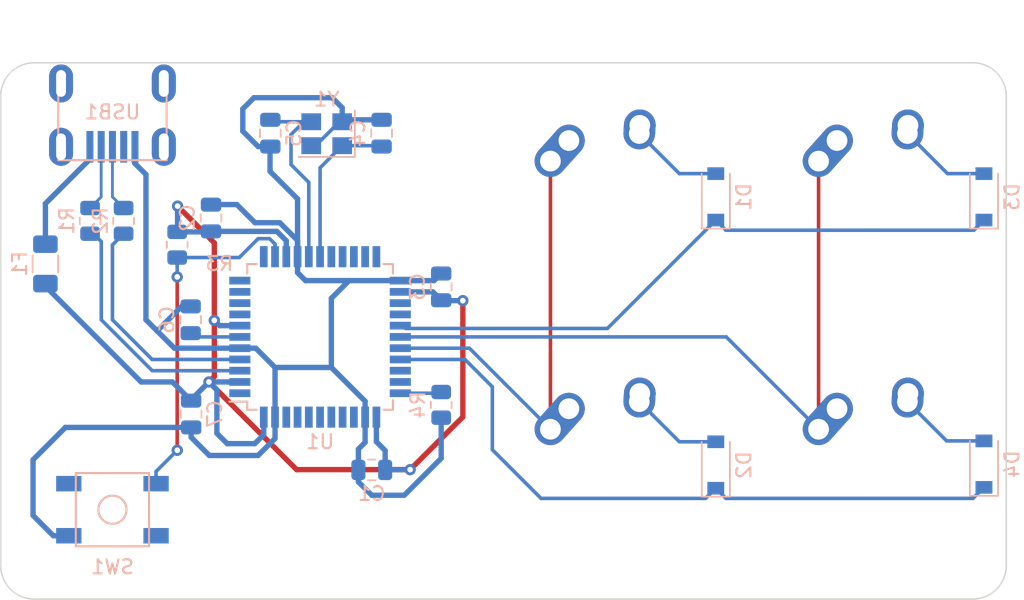
<source format=kicad_pcb>
(kicad_pcb (version 20211014) (generator pcbnew)
  (layers (0 "F.Cu" signal) (31 "B.Cu" signal) (34 "B.Paste" user) (35 "F.Paste" user) (36 "B.SilkS" user "B.Silkscreen") (37 "F.SilkS" user "F.Silkscreen") (38 "B.Mask" user) (39 "F.Mask" user) (44 "Edge.Cuts" user))
  (net 0 "")
  (net 1 "GND")
  (net 2 "+5V")
  (net 3 "Net-(C4-Pad2)")
  (net 4 "Net-(C5-Pad2)")
  (net 5 "Net-(C6-Pad2)")
  (net 6 "ROW0")
  (net 7 "Net-(D1-Pad2)")
  (net 8 "ROW1")
  (net 9 "Net-(D2-Pad2)")
  (net 10 "Net-(D3-Pad2)")
  (net 11 "Net-(D4-Pad2)")
  (net 12 "VCC")
  (net 13 "COL0")
  (net 14 "COL1")
  (net 15 "D-")
  (net 16 "Net-(R1-Pad2)")
  (net 17 "D+")
  (net 18 "Net-(R2-Pad2)")
  (net 19 "Net-(R3-Pad1)")
  (net 20 "Net-(R4-Pad1)")
  (footprint "MX_Alps_Hybrid:MX-1U-NoLED" (layer "F.Cu") (at 188.9125 107.95)
    (fp_text reference "MX4")
    (fp_text value "MX-NoLED")
    (pad "" np_thru_hole circle locked (at -5.08 0 48.0996) (size 1.75 1.75) (drill 1.75) (layers *.Cu *.Mask))
    (pad "" np_thru_hole circle locked (at 0 0) (size 3.9878 3.9878) (drill 3.9878) (layers *.Cu *.Mask))
    (pad "" np_thru_hole circle locked (at 5.08 0 48.0996) (size 1.75 1.75) (drill 1.75) (layers *.Cu *.Mask))
    (pad "1" thru_hole oval locked (at -3.81 -2.54 48.0996) (size 4.211556 2.25) (drill 1.47 (offset 0.980778 0)) (layers *.Cu "B.Mask") (net 14 "COL1"))
    (pad "1" thru_hole circle locked (at -2.5 -4) (size 2.25 2.25) (drill 1.47) (layers *.Cu "B.Mask") (net 14 "COL1"))
    (pad "2" thru_hole circle locked (at 2.54 -5.08) (size 2.25 2.25) (drill 1.47) (layers *.Cu "B.Mask") (net 11 "Net-(D4-Pad2)"))
    (pad "2" thru_hole oval locked (at 2.5 -4.5 86.0548) (size 2.831378 2.25) (drill 1.47 (offset 0.290689 0)) (layers *.Cu "B.Mask") (net 11 "Net-(D4-Pad2)"))
  )
  (footprint "MX_Alps_Hybrid:MX-1U-NoLED" (layer "F.Cu") (at 188.9125 88.9)
    (fp_text reference "MX3")
    (fp_text value "MX-NoLED")
    (pad "" np_thru_hole circle locked (at 5.08 0 48.0996) (size 1.75 1.75) (drill 1.75) (layers *.Cu *.Mask))
    (pad "" np_thru_hole circle locked (at 0 0) (size 3.9878 3.9878) (drill 3.9878) (layers *.Cu *.Mask))
    (pad "" np_thru_hole circle locked (at -5.08 0 48.0996) (size 1.75 1.75) (drill 1.75) (layers *.Cu *.Mask))
    (pad "1" thru_hole circle locked (at -2.5 -4) (size 2.25 2.25) (drill 1.47) (layers *.Cu "B.Mask") (net 14 "COL1"))
    (pad "1" thru_hole oval locked (at -3.81 -2.54 48.0996) (size 4.211556 2.25) (drill 1.47 (offset 0.980778 0)) (layers *.Cu "B.Mask") (net 14 "COL1"))
    (pad "2" thru_hole oval locked (at 2.5 -4.5 86.0548) (size 2.831378 2.25) (drill 1.47 (offset 0.290689 0)) (layers *.Cu "B.Mask") (net 10 "Net-(D3-Pad2)"))
    (pad "2" thru_hole circle locked (at 2.54 -5.08) (size 2.25 2.25) (drill 1.47) (layers *.Cu "B.Mask") (net 10 "Net-(D3-Pad2)"))
  )
  (footprint "MX_Alps_Hybrid:MX-1U-NoLED" (layer "F.Cu") (at 169.8625 107.95)
    (fp_text reference "MX2")
    (fp_text value "MX-NoLED")
    (pad "" np_thru_hole circle locked (at 5.08 0 48.0996) (size 1.75 1.75) (drill 1.75) (layers *.Cu *.Mask))
    (pad "" np_thru_hole circle locked (at 0 0) (size 3.9878 3.9878) (drill 3.9878) (layers *.Cu *.Mask))
    (pad "" np_thru_hole circle locked (at -5.08 0 48.0996) (size 1.75 1.75) (drill 1.75) (layers *.Cu *.Mask))
    (pad "1" thru_hole circle locked (at -2.5 -4) (size 2.25 2.25) (drill 1.47) (layers *.Cu "B.Mask") (net 13 "COL0"))
    (pad "1" thru_hole oval locked (at -3.81 -2.54 48.0996) (size 4.211556 2.25) (drill 1.47 (offset 0.980778 0)) (layers *.Cu "B.Mask") (net 13 "COL0"))
    (pad "2" thru_hole circle locked (at 2.54 -5.08) (size 2.25 2.25) (drill 1.47) (layers *.Cu "B.Mask") (net 9 "Net-(D2-Pad2)"))
    (pad "2" thru_hole oval locked (at 2.5 -4.5 86.0548) (size 2.831378 2.25) (drill 1.47 (offset 0.290689 0)) (layers *.Cu "B.Mask") (net 9 "Net-(D2-Pad2)"))
  )
  (footprint "MX_Alps_Hybrid:MX-1U-NoLED" (layer "F.Cu") (at 169.8625 88.9)
    (fp_text reference "MX1")
    (fp_text value "MX-NoLED")
    (pad "" np_thru_hole circle locked (at -5.08 0 48.0996) (size 1.75 1.75) (drill 1.75) (layers *.Cu *.Mask))
    (pad "" np_thru_hole circle locked (at 5.08 0 48.0996) (size 1.75 1.75) (drill 1.75) (layers *.Cu *.Mask))
    (pad "" np_thru_hole circle locked (at 0 0) (size 3.9878 3.9878) (drill 3.9878) (layers *.Cu *.Mask))
    (pad "1" thru_hole oval locked (at -3.81 -2.54 48.0996) (size 4.211556 2.25) (drill 1.47 (offset 0.980778 0)) (layers *.Cu "B.Mask") (net 13 "COL0"))
    (pad "1" thru_hole circle locked (at -2.5 -4) (size 2.25 2.25) (drill 1.47) (layers *.Cu "B.Mask") (net 13 "COL0"))
    (pad "2" thru_hole circle locked (at 2.54 -5.08) (size 2.25 2.25) (drill 1.47) (layers *.Cu "B.Mask") (net 7 "Net-(D1-Pad2)"))
    (pad "2" thru_hole oval locked (at 2.5 -4.5 86.0548) (size 2.831378 2.25) (drill 1.47 (offset 0.290689 0)) (layers *.Cu "B.Mask") (net 7 "Net-(D1-Pad2)"))
  )
  (footprint "Diode_SMD:D_SOD-123" (layer "B.Cu") (at 177.8 107.95 90)
    (fp_text reference "D2" (at 0 2 90) (layer "B.SilkS") (effects (justify mirror)))
    (fp_text value "SOD-123")
    (fp_line (start -2.25 -1) (end 1.65 -1) (layer "B.SilkS") (width 0.12))
    (fp_line (start -2.25 1) (end -2.25 -1) (layer "B.SilkS") (width 0.12))
    (fp_line (start -2.25 1) (end 1.65 1) (layer "B.SilkS") (width 0.12))
    (pad "1" smd rect (at -1.65 0 90) (size 0.9 1.2) (layers "B.Cu" "B.Paste" "B.Mask") (net 8 "ROW1"))
    (pad "2" smd rect (at 1.65 0 90) (size 0.9 1.2) (layers "B.Cu" "B.Paste" "B.Mask") (net 9 "Net-(D2-Pad2)"))
  )
  (footprint "Resistor_SMD:R_0805_2012Metric" (layer "B.Cu") (at 133.35 90.60625 -90)
    (fp_text reference "R1" (at 0 1.65 90) (layer "B.SilkS") (effects (justify mirror)))
    (fp_text value "22")
    (fp_line (start -0.227064 0.735) (end 0.227064 0.735) (layer "B.SilkS") (width 0.12))
    (fp_line (start -0.227064 -0.735) (end 0.227064 -0.735) (layer "B.SilkS") (width 0.12))
    (pad "1" smd roundrect (at -0.9125 0 270) (size 1.025 1.4) (layers "B.Cu" "B.Paste" "B.Mask") (roundrect_rratio 0.243902) (net 15 "D-"))
    (pad "2" smd roundrect (at 0.9125 0 270) (size 1.025 1.4) (layers "B.Cu" "B.Paste" "B.Mask") (roundrect_rratio 0.243902) (net 16 "Net-(R1-Pad2)"))
  )
  (footprint "Diode_SMD:D_SOD-123" (layer "B.Cu") (at 196.85 88.9 90)
    (fp_text reference "D3" (at 0 2 90) (layer "B.SilkS") (effects (justify mirror)))
    (fp_text value "SOD-123")
    (fp_line (start -2.25 1) (end 1.65 1) (layer "B.SilkS") (width 0.12))
    (fp_line (start -2.25 -1) (end 1.65 -1) (layer "B.SilkS") (width 0.12))
    (fp_line (start -2.25 1) (end -2.25 -1) (layer "B.SilkS") (width 0.12))
    (pad "1" smd rect (at -1.65 0 90) (size 0.9 1.2) (layers "B.Cu" "B.Paste" "B.Mask") (net 6 "ROW0"))
    (pad "2" smd rect (at 1.65 0 90) (size 0.9 1.2) (layers "B.Cu" "B.Paste" "B.Mask") (net 10 "Net-(D3-Pad2)"))
  )
  (footprint "Resistor_SMD:R_0805_2012Metric" (layer "B.Cu") (at 139.537857 92.2987 90)
    (fp_text reference "R3" (at -1.3453 2.9991 180) (layer "B.SilkS") (effects (justify mirror)))
    (fp_text value "10k")
    (fp_line (start -0.227064 -0.735) (end 0.227064 -0.735) (layer "B.SilkS") (width 0.12))
    (fp_line (start -0.227064 0.735) (end 0.227064 0.735) (layer "B.SilkS") (width 0.12))
    (pad "1" smd roundrect (at -0.9125 0 90) (size 1.025 1.4) (layers "B.Cu" "B.Paste" "B.Mask") (roundrect_rratio 0.243902) (net 19 "Net-(R3-Pad1)"))
    (pad "2" smd roundrect (at 0.9125 0 90) (size 1.025 1.4) (layers "B.Cu" "B.Paste" "B.Mask") (roundrect_rratio 0.243902) (net 2 "+5V"))
  )
  (footprint "Fuse:Fuse_1206_3216Metric" (layer "B.Cu") (at 130.175 93.6625 -90)
    (fp_text reference "F1" (at 0 1.82 90) (layer "B.SilkS") (effects (justify mirror)))
    (fp_text value "500mA")
    (fp_line (start -0.602064 0.91) (end 0.602064 0.91) (layer "B.SilkS") (width 0.12))
    (fp_line (start -0.602064 -0.91) (end 0.602064 -0.91) (layer "B.SilkS") (width 0.12))
    (pad "1" smd roundrect (at -1.4 0 270) (size 1.25 1.75) (layers "B.Cu" "B.Paste" "B.Mask") (roundrect_rratio 0.2) (net 12 "VCC"))
    (pad "2" smd roundrect (at 1.4 0 270) (size 1.25 1.75) (layers "B.Cu" "B.Paste" "B.Mask") (roundrect_rratio 0.2) (net 2 "+5V"))
  )
  (footprint "Capacitor_SMD:C_0805_2012Metric" (layer "B.Cu") (at 146.154203 84.377096 90)
    (fp_text reference "C5" (at 0 1.68 90) (layer "B.SilkS") (effects (justify mirror)))
    (fp_text value "22pF")
    (fp_line (start -0.261252 -0.735) (end 0.261252 -0.735) (layer "B.SilkS") (width 0.12))
    (fp_line (start -0.261252 0.735) (end 0.261252 0.735) (layer "B.SilkS") (width 0.12))
    (pad "1" smd roundrect (at -0.95 0 90) (size 1 1.45) (layers "B.Cu" "B.Paste" "B.Mask") (net 1 "GND"))
    (pad "2" smd roundrect (at 0.95 0 90) (size 1 1.45) (layers "B.Cu" "B.Paste" "B.Mask") (net 4 "Net-(C5-Pad2)"))
  )
  (footprint "Capacitor_SMD:C_0805_2012Metric" (layer "B.Cu") (at 153.36135 108.29925)
    (fp_text reference "C1" (at 0 1.68) (layer "B.SilkS") (effects (justify mirror)))
    (fp_text value "0.1uF")
    (fp_line (start -0.261252 -0.735) (end 0.261252 -0.735) (layer "B.SilkS") (width 0.12))
    (fp_line (start -0.261252 0.735) (end 0.261252 0.735) (layer "B.SilkS") (width 0.12))
    (pad "1" smd roundrect (at -0.95 0) (size 1 1.45) (layers "B.Cu" "B.Paste" "B.Mask") (net 1 "GND"))
    (pad "2" smd roundrect (at 0.95 0) (size 1 1.45) (layers "B.Cu" "B.Paste" "B.Mask") (net 2 "+5V"))
  )
  (footprint "Diode_SMD:D_SOD-123" (layer "B.Cu") (at 177.8 88.9 90)
    (fp_text reference "D1" (at 0 2 90) (layer "B.SilkS") (effects (justify mirror)))
    (fp_text value "SOD-123")
    (fp_line (start -2.25 1) (end 1.65 1) (layer "B.SilkS") (width 0.12))
    (fp_line (start -2.25 1) (end -2.25 -1) (layer "B.SilkS") (width 0.12))
    (fp_line (start -2.25 -1) (end 1.65 -1) (layer "B.SilkS") (width 0.12))
    (pad "1" smd rect (at -1.65 0 90) (size 0.9 1.2) (layers "B.Cu" "B.Paste" "B.Mask") (net 6 "ROW0"))
    (pad "2" smd rect (at 1.65 0 90) (size 0.9 1.2) (layers "B.Cu" "B.Paste" "B.Mask") (net 7 "Net-(D1-Pad2)"))
  )
  (footprint "Resistor_SMD:R_0805_2012Metric" (layer "B.Cu") (at 158.2928 103.67645 -90)
    (fp_text reference "R4" (at 0 1.65 90) (layer "B.SilkS") (effects (justify mirror)))
    (fp_text value "10k")
    (fp_line (start -0.227064 -0.735) (end 0.227064 -0.735) (layer "B.SilkS") (width 0.12))
    (fp_line (start -0.227064 0.735) (end 0.227064 0.735) (layer "B.SilkS") (width 0.12))
    (pad "1" smd roundrect (at -0.9125 0 270) (size 1.025 1.4) (layers "B.Cu" "B.Paste" "B.Mask") (roundrect_rratio 0.243902) (net 20 "Net-(R4-Pad1)"))
    (pad "2" smd roundrect (at 0.9125 0 270) (size 1.025 1.4) (layers "B.Cu" "B.Paste" "B.Mask") (roundrect_rratio 0.243902) (net 1 "GND"))
  )
  (footprint "Resistor_SMD:R_0805_2012Metric" (layer "B.Cu") (at 135.73125 90.60625 -90)
    (fp_text reference "R2" (at 0 1.65 90) (layer "B.SilkS") (effects (justify mirror)))
    (fp_text value "22")
    (fp_line (start -0.227064 0.735) (end 0.227064 0.735) (layer "B.SilkS") (width 0.12))
    (fp_line (start -0.227064 -0.735) (end 0.227064 -0.735) (layer "B.SilkS") (width 0.12))
    (pad "1" smd roundrect (at -0.9125 0 270) (size 1.025 1.4) (layers "B.Cu" "B.Paste" "B.Mask") (roundrect_rratio 0.243902) (net 17 "D+"))
    (pad "2" smd roundrect (at 0.9125 0 270) (size 1.025 1.4) (layers "B.Cu" "B.Paste" "B.Mask") (roundrect_rratio 0.243902) (net 18 "Net-(R2-Pad2)"))
  )
  (footprint "Capacitor_SMD:C_0805_2012Metric" (layer "B.Cu") (at 141.940865 90.404067 -90)
    (fp_text reference "C2" (at 0 1.68 90) (layer "B.SilkS") (effects (justify mirror)))
    (fp_text value "0.1uF")
    (fp_line (start -0.261252 -0.735) (end 0.261252 -0.735) (layer "B.SilkS") (width 0.12))
    (fp_line (start -0.261252 0.735) (end 0.261252 0.735) (layer "B.SilkS") (width 0.12))
    (pad "1" smd roundrect (at -0.95 0 270) (size 1 1.45) (layers "B.Cu" "B.Paste" "B.Mask") (net 1 "GND"))
    (pad "2" smd roundrect (at 0.95 0 270) (size 1 1.45) (layers "B.Cu" "B.Paste" "B.Mask") (net 2 "+5V"))
  )
  (footprint "random-keyboard-parts:SKQG-1155865" (layer "B.Cu") (at 134.9375 111.125 180)
    (fp_text reference "SW1" (at 0 -4.064) (layer "B.SilkS") (effects (justify mirror)))
    (fp_text value "SW_Push")
    (fp_line (start -2.6 -2.6) (end -2.6 2.6) (layer "B.SilkS") (width 0.15))
    (fp_line (start 2.6 2.6) (end 2.6 -2.6) (layer "B.SilkS") (width 0.15))
    (fp_line (start -2.6 2.6) (end 2.6 2.6) (layer "B.SilkS") (width 0.15))
    (fp_line (start 2.6 -2.6) (end -2.6 -2.6) (layer "B.SilkS") (width 0.15))
    (fp_circle (center 0 0) (end 1 0) (layer "B.SilkS") (width 0.15) (fill none))
    (pad "1" smd rect locked (at 3.1 -1.85 180) (size 1.8 1.1) (layers "B.Cu" "B.Paste" "B.Mask") (net 1 "GND"))
    (pad "2" smd rect locked (at -3.1 1.85 180) (size 1.8 1.1) (layers "B.Cu" "B.Paste" "B.Mask") (net 19 "Net-(R3-Pad1)"))
    (pad "3" smd rect locked (at 3.1 1.85 180) (size 1.8 1.1) (layers "B.Cu" "B.Paste" "B.Mask"))
    (pad "4" smd rect locked (at -3.1 -1.85 180) (size 1.8 1.1) (layers "B.Cu" "B.Paste" "B.Mask"))
  )
  (footprint "Capacitor_SMD:C_0805_2012Metric" (layer "B.Cu") (at 140.49375 97.63125 -90)
    (fp_text reference "C6" (at 0 1.68 90) (layer "B.SilkS") (effects (justify mirror)))
    (fp_text value "1uF")
    (fp_line (start -0.261252 0.735) (end 0.261252 0.735) (layer "B.SilkS") (width 0.12))
    (fp_line (start -0.261252 -0.735) (end 0.261252 -0.735) (layer "B.SilkS") (width 0.12))
    (pad "1" smd roundrect (at -0.95 0 270) (size 1 1.45) (layers "B.Cu" "B.Paste" "B.Mask") (net 1 "GND"))
    (pad "2" smd roundrect (at 0.95 0 270) (size 1 1.45) (layers "B.Cu" "B.Paste" "B.Mask") (net 5 "Net-(C6-Pad2)"))
  )
  (footprint "Diode_SMD:D_SOD-123" (layer "B.Cu") (at 196.85 107.8875 90)
    (fp_text reference "D4" (at 0 2 90) (layer "B.SilkS") (effects (justify mirror)))
    (fp_text value "SOD-123")
    (fp_line (start -2.25 -1) (end 1.65 -1) (layer "B.SilkS") (width 0.12))
    (fp_line (start -2.25 1) (end 1.65 1) (layer "B.SilkS") (width 0.12))
    (fp_line (start -2.25 1) (end -2.25 -1) (layer "B.SilkS") (width 0.12))
    (pad "1" smd rect (at -1.65 0 90) (size 0.9 1.2) (layers "B.Cu" "B.Paste" "B.Mask") (net 8 "ROW1"))
    (pad "2" smd rect (at 1.65 0 90) (size 0.9 1.2) (layers "B.Cu" "B.Paste" "B.Mask") (net 11 "Net-(D4-Pad2)"))
  )
  (footprint "Capacitor_SMD:C_0805_2012Metric" (layer "B.Cu") (at 154.059953 84.377096 -90)
    (fp_text reference "C4" (at 0 1.68 90) (layer "B.SilkS") (effects (justify mirror)))
    (fp_text value "22pF")
    (fp_line (start -0.261252 -0.735) (end 0.261252 -0.735) (layer "B.SilkS") (width 0.12))
    (fp_line (start -0.261252 0.735) (end 0.261252 0.735) (layer "B.SilkS") (width 0.12))
    (pad "1" smd roundrect (at -0.95 0 270) (size 1 1.45) (layers "B.Cu" "B.Paste" "B.Mask") (net 1 "GND"))
    (pad "2" smd roundrect (at 0.95 0 270) (size 1 1.45) (layers "B.Cu" "B.Paste" "B.Mask") (net 3 "Net-(C4-Pad2)"))
  )
  (footprint "Crystal:Crystal_SMD_3225-4Pin_3.2x2.5mm" (layer "B.Cu") (at 150.159603 84.414296 180)
    (fp_text reference "Y1" (at 0 2.45) (layer "B.SilkS") (effects (justify mirror)))
    (fp_text value "16MHz")
    (fp_line (start -2 1.65) (end -2 -1.65) (layer "B.SilkS") (width 0.12))
    (fp_line (start -2 -1.65) (end 2 -1.65) (layer "B.SilkS") (width 0.12))
    (pad "1" smd rect (at -1.1 -0.85 180) (size 1.4 1.2) (layers "B.Cu" "B.Paste" "B.Mask") (net 3 "Net-(C4-Pad2)"))
    (pad "2" smd rect (at 1.1 -0.85 180) (size 1.4 1.2) (layers "B.Cu" "B.Paste" "B.Mask") (net 1 "GND"))
    (pad "3" smd rect (at 1.1 0.85 180) (size 1.4 1.2) (layers "B.Cu" "B.Paste" "B.Mask") (net 4 "Net-(C5-Pad2)"))
    (pad "4" smd rect (at -1.1 0.85 180) (size 1.4 1.2) (layers "B.Cu" "B.Paste" "B.Mask") (net 1 "GND"))
  )
  (footprint "Capacitor_SMD:C_0805_2012Metric" (layer "B.Cu") (at 140.528162 104.329013 90)
    (fp_text reference "C7" (at 0 1.68 90) (layer "B.SilkS") (effects (justify mirror)))
    (fp_text value "10uF")
    (fp_line (start -0.261252 -0.735) (end 0.261252 -0.735) (layer "B.SilkS") (width 0.12))
    (fp_line (start -0.261252 0.735) (end 0.261252 0.735) (layer "B.SilkS") (width 0.12))
    (pad "1" smd roundrect (at -0.95 0 90) (size 1 1.45) (layers "B.Cu" "B.Paste" "B.Mask") (net 1 "GND"))
    (pad "2" smd roundrect (at 0.95 0 90) (size 1 1.45) (layers "B.Cu" "B.Paste" "B.Mask") (net 2 "+5V"))
  )
  (footprint "Package_QFP:TQFP-44_10x10mm_P0.8mm" (layer "B.Cu") (at 149.68855 98.85045)
    (fp_text reference "U1" (at 0 7.45) (layer "B.SilkS") (effects (justify mirror)))
    (fp_text value "ATmega32U4-A")
    (fp_line (start -5.175 -5.175) (end -4.5 -5.175) (layer "B.SilkS") (width 0.15))
    (fp_line (start -5.175 -5.175) (end -5.175 -4.5) (layer "B.SilkS") (width 0.15))
    (fp_line (start -5.175 4.6) (end -6.45 4.6) (layer "B.SilkS") (width 0.15))
    (fp_line (start 5.175 -5.175) (end 4.5 -5.175) (layer "B.SilkS") (width 0.15))
    (fp_line (start -5.175 5.175) (end -4.5 5.175) (layer "B.SilkS") (width 0.15))
    (fp_line (start -5.175 5.175) (end -5.175 4.6) (layer "B.SilkS") (width 0.15))
    (fp_line (start 5.175 5.175) (end 4.5 5.175) (layer "B.SilkS") (width 0.15))
    (fp_line (start 5.175 5.175) (end 5.175 4.5) (layer "B.SilkS") (width 0.15))
    (fp_line (start 5.175 -5.175) (end 5.175 -4.5) (layer "B.SilkS") (width 0.15))
    (pad "1" smd rect (at -5.7 4) (size 1.5 0.55) (layers "B.Cu" "B.Paste" "B.Mask"))
    (pad "2" smd rect (at -5.7 3.2) (size 1.5 0.55) (layers "B.Cu" "B.Paste" "B.Mask") (net 2 "+5V"))
    (pad "3" smd rect (at -5.7 2.4) (size 1.5 0.55) (layers "B.Cu" "B.Paste" "B.Mask") (net 16 "Net-(R1-Pad2)"))
    (pad "4" smd rect (at -5.7 1.6) (size 1.5 0.55) (layers "B.Cu" "B.Paste" "B.Mask") (net 18 "Net-(R2-Pad2)"))
    (pad "5" smd rect (at -5.7 0.8) (size 1.5 0.55) (layers "B.Cu" "B.Paste" "B.Mask") (net 1 "GND"))
    (pad "6" smd rect (at -5.7 0) (size 1.5 0.55) (layers "B.Cu" "B.Paste" "B.Mask") (net 5 "Net-(C6-Pad2)"))
    (pad "7" smd rect (at -5.7 -0.8) (size 1.5 0.55) (layers "B.Cu" "B.Paste" "B.Mask") (net 2 "+5V"))
    (pad "8" smd rect (at -5.7 -1.6) (size 1.5 0.55) (layers "B.Cu" "B.Paste" "B.Mask"))
    (pad "9" smd rect (at -5.7 -2.4) (size 1.5 0.55) (layers "B.Cu" "B.Paste" "B.Mask"))
    (pad "10" smd rect (at -5.7 -3.2) (size 1.5 0.55) (layers "B.Cu" "B.Paste" "B.Mask"))
    (pad "11" smd rect (at -5.7 -4) (size 1.5 0.55) (layers "B.Cu" "B.Paste" "B.Mask"))
    (pad "12" smd rect (at -4 -5.7 270) (size 1.5 0.55) (layers "B.Cu" "B.Paste" "B.Mask"))
    (pad "13" smd rect (at -3.2 -5.7 270) (size 1.5 0.55) (layers "B.Cu" "B.Paste" "B.Mask") (net 19 "Net-(R3-Pad1)"))
    (pad "14" smd rect (at -2.4 -5.7 270) (size 1.5 0.55) (layers "B.Cu" "B.Paste" "B.Mask") (net 2 "+5V"))
    (pad "15" smd rect (at -1.6 -5.7 270) (size 1.5 0.55) (layers "B.Cu" "B.Paste" "B.Mask") (net 1 "GND"))
    (pad "16" smd rect (at -0.8 -5.7 270) (size 1.5 0.55) (layers "B.Cu" "B.Paste" "B.Mask") (net 4 "Net-(C5-Pad2)"))
    (pad "17" smd rect (at 0 -5.7 270) (size 1.5 0.55) (layers "B.Cu" "B.Paste" "B.Mask") (net 3 "Net-(C4-Pad2)"))
    (pad "18" smd rect (at 0.8 -5.7 270) (size 1.5 0.55) (layers "B.Cu" "B.Paste" "B.Mask"))
    (pad "19" smd rect (at 1.6 -5.7 270) (size 1.5 0.55) (layers "B.Cu" "B.Paste" "B.Mask"))
    (pad "20" smd rect (at 2.4 -5.7 270) (size 1.5 0.55) (layers "B.Cu" "B.Paste" "B.Mask"))
    (pad "21" smd rect (at 3.2 -5.7 270) (size 1.5 0.55) (layers "B.Cu" "B.Paste" "B.Mask"))
    (pad "22" smd rect (at 4 -5.7 270) (size 1.5 0.55) (layers "B.Cu" "B.Paste" "B.Mask"))
    (pad "23" smd rect (at 5.7 -4) (size 1.5 0.55) (layers "B.Cu" "B.Paste" "B.Mask") (net 1 "GND"))
    (pad "24" smd rect (at 5.7 -3.2) (size 1.5 0.55) (layers "B.Cu" "B.Paste" "B.Mask") (net 2 "+5V"))
    (pad "25" smd rect (at 5.7 -2.4) (size 1.5 0.55) (layers "B.Cu" "B.Paste" "B.Mask"))
    (pad "26" smd rect (at 5.7 -1.6) (size 1.5 0.55) (layers "B.Cu" "B.Paste" "B.Mask"))
    (pad "27" smd rect (at 5.7 -0.8) (size 1.5 0.55) (layers "B.Cu" "B.Paste" "B.Mask") (net 6 "ROW0"))
    (pad "28" smd rect (at 5.7 0) (size 1.5 0.55) (layers "B.Cu" "B.Paste" "B.Mask") (net 14 "COL1"))
    (pad "29" smd rect (at 5.7 0.8) (size 1.5 0.55) (layers "B.Cu" "B.Paste" "B.Mask") (net 13 "COL0"))
    (pad "30" smd rect (at 5.7 1.6) (size 1.5 0.55) (layers "B.Cu" "B.Paste" "B.Mask") (net 8 "ROW1"))
    (pad "31" smd rect (at 5.7 2.4) (size 1.5 0.55) (layers "B.Cu" "B.Paste" "B.Mask"))
    (pad "32" smd rect (at 5.7 3.2) (size 1.5 0.55) (layers "B.Cu" "B.Paste" "B.Mask"))
    (pad "33" smd rect (at 5.7 4) (size 1.5 0.55) (layers "B.Cu" "B.Paste" "B.Mask") (net 20 "Net-(R4-Pad1)"))
    (pad "34" smd rect (at 4 5.7 270) (size 1.5 0.55) (layers "B.Cu" "B.Paste" "B.Mask") (net 2 "+5V"))
    (pad "35" smd rect (at 3.2 5.7 270) (size 1.5 0.55) (layers "B.Cu" "B.Paste" "B.Mask") (net 1 "GND"))
    (pad "36" smd rect (at 2.4 5.7 270) (size 1.5 0.55) (layers "B.Cu" "B.Paste" "B.Mask"))
    (pad "37" smd rect (at 1.6 5.7 270) (size 1.5 0.55) (layers "B.Cu" "B.Paste" "B.Mask"))
    (pad "38" smd rect (at 0.8 5.7 270) (size 1.5 0.55) (layers "B.Cu" "B.Paste" "B.Mask"))
    (pad "39" smd rect (at 0 5.7 270) (size 1.5 0.55) (layers "B.Cu" "B.Paste" "B.Mask"))
    (pad "40" smd rect (at -0.8 5.7 270) (size 1.5 0.55) (layers "B.Cu" "B.Paste" "B.Mask"))
    (pad "41" smd rect (at -1.6 5.7 270) (size 1.5 0.55) (layers "B.Cu" "B.Paste" "B.Mask"))
    (pad "42" smd rect (at -2.4 5.7 270) (size 1.5 0.55) (layers "B.Cu" "B.Paste" "B.Mask"))
    (pad "43" smd rect (at -3.2 5.7 270) (size 1.5 0.55) (layers "B.Cu" "B.Paste" "B.Mask") (net 1 "GND"))
    (pad "44" smd rect (at -4 5.7 270) (size 1.5 0.55) (layers "B.Cu" "B.Paste" "B.Mask") (net 2 "+5V"))
  )
  (footprint "Capacitor_SMD:C_0805_2012Metric" (layer "B.Cu") (at 158.2928 95.29445 -90)
    (fp_text reference "C3" (at 0 1.68 90) (layer "B.SilkS") (effects (justify mirror)))
    (fp_text value "0.1uF")
    (fp_line (start -0.261252 -0.735) (end 0.261252 -0.735) (layer "B.SilkS") (width 0.12))
    (fp_line (start -0.261252 0.735) (end 0.261252 0.735) (layer "B.SilkS") (width 0.12))
    (pad "1" smd roundrect (at -0.95 0 270) (size 1 1.45) (layers "B.Cu" "B.Paste" "B.Mask") (net 1 "GND"))
    (pad "2" smd roundrect (at 0.95 0 270) (size 1 1.45) (layers "B.Cu" "B.Paste" "B.Mask") (net 2 "+5V"))
  )
  (footprint "random-keyboard-parts:Molex-0548190589" (layer "B.Cu") (at 134.9375 80.84375 -90)
    (fp_text reference "USB1" (at 2.032 0) (layer "B.SilkS") (effects (justify mirror)))
    (fp_text value "Molex-0548190589")
    (fp_line (start 5.45 3.85) (end 5.45 -3.85) (layer "B.SilkS") (width 0.15))
    (fp_line (start 0 3.85) (end 5.45 3.85) (layer "B.SilkS") (width 0.15))
    (fp_line (start 0 -3.85) (end 5.45 -3.85) (layer "B.SilkS") (width 0.15))
    (pad "1" smd rect locked (at 4.5 -1.6 270) (size 2.25 0.5) (layers "B.Cu" "B.Paste" "B.Mask") (net 1 "GND"))
    (pad "2" smd rect locked (at 4.5 -0.8 270) (size 2.25 0.5) (layers "B.Cu" "B.Paste" "B.Mask"))
    (pad "3" smd rect locked (at 4.5 0 270) (size 2.25 0.5) (layers "B.Cu" "B.Paste" "B.Mask") (net 17 "D+"))
    (pad "4" smd rect locked (at 4.5 0.8 270) (size 2.25 0.5) (layers "B.Cu" "B.Paste" "B.Mask") (net 15 "D-"))
    (pad "5" smd rect locked (at 4.5 1.6 270) (size 2.25 0.5) (layers "B.Cu" "B.Paste" "B.Mask") (net 12 "VCC"))
    (pad "6" thru_hole oval locked (at 0 3.65 270) (size 2.7 1.7) (drill oval 1.9 0.7) (layers *.Cu *.Mask))
    (pad "6" thru_hole oval locked (at 4.5 3.65 270) (size 2.7 1.7) (drill oval 1.9 0.7) (layers *.Cu *.Mask))
    (pad "6" thru_hole oval locked (at 0 -3.65 270) (size 2.7 1.7) (drill oval 1.9 0.7) (layers *.Cu *.Mask))
    (pad "6" thru_hole oval locked (at 4.5 -3.65 270) (size 2.7 1.7) (drill oval 1.9 0.7) (layers *.Cu *.Mask))
  )
  (gr_line (start 129.38125 117.475) (end 196.05625 117.475) (layer "Edge.Cuts") (width 0.1))
  (gr_arc (start 129.38125 117.475) (mid 127.697452 116.777548) (end 127 115.09375) (layer "Edge.Cuts") (width 0.1))
  (gr_arc (start 196.05625 79.375) (mid 197.740048 80.072452) (end 198.4375 81.75625) (layer "Edge.Cuts") (width 0.1))
  (gr_line (start 127 81.75625) (end 127 115.09375) (layer "Edge.Cuts") (width 0.1))
  (gr_line (start 129.38125 79.375) (end 196.05625 79.375) (layer "Edge.Cuts") (width 0.1))
  (gr_arc (start 127 81.75625) (mid 127.697452 80.072452) (end 129.38125 79.375) (layer "Edge.Cuts") (width 0.1))
  (gr_arc (start 198.4375 115.09375) (mid 197.740048 116.777548) (end 196.05625 117.475) (layer "Edge.Cuts") (width 0.1))
  (gr_line (start 198.4375 115.09375) (end 198.4375 81.75625) (layer "Edge.Cuts") (width 0.1))
  (segment (start 152.41135 109.147663) (end 152.41135 108.29925) (width 0.381) (layer "B.Cu") (net 1))
  (segment (start 146.133861 87.092885) (end 146.133861 85.347438) (width 0.381) (layer "B.Cu") (net 1))
  (segment (start 145.067394 90.737366) (end 143.776625 89.446597) (width 0.381) (layer "B.Cu") (net 1))
  (segment (start 150.548403 81.856146) (end 144.992153 81.856146) (width 0.381) (layer "B.Cu") (net 1))
  (segment (start 154.059953 83.427096) (end 151.396803 83.427096) (width 0.381) (layer "B.Cu") (net 1))
  (segment (start 148.65755 94.85045) (end 151.746091 94.85045) (width 0.381) (layer "B.Cu") (net 1))
  (segment (start 136.525 86.51875) (end 136.525 85.35625) (width 0.381) (layer "B.Cu") (net 1))
  (segment (start 138.1125 98.425) (end 137.31875 97.63125) (width 0.381) (layer "B.Cu") (net 1))
  (segment (start 146.828124 90.737366) (end 145.067394 90.737366) (width 0.381) (layer "B.Cu") (net 1))
  (segment (start 148.08855 89.047574) (end 146.133861 87.092885) (width 0.381) (layer "B.Cu") (net 1))
  (segment (start 148.08855 93.15045) (end 148.08855 94.28145) (width 0.381) (layer "B.Cu") (net 1))
  (segment (start 158.2928 104.58895) (end 158.2928 107.475683) (width 0.381) (layer "B.Cu") (net 1))
  (segment (start 152.88855 106.34098) (end 152.88855 104.55045) (width 0.381) (layer "B.Cu") (net 1))
  (segment (start 151.396803 83.427096) (end 151.259603 83.564296) (width 0.381) (layer "B.Cu") (net 1))
  (segment (start 155.670606 110.097877) (end 153.361564 110.097877) (width 0.381) (layer "B.Cu") (net 1))
  (segment (start 140.49375 96.68125) (end 139.85625 96.68125) (width 0.381) (layer "B.Cu") (net 1))
  (segment (start 153.361564 110.097877) (end 152.41135 109.147663) (width 0.381) (layer "B.Cu") (net 1))
  (segment (start 152.88855 104.55045) (end 152.88855 103.41945) (width 0.381) (layer "B.Cu") (net 1))
  (segment (start 149.059603 85.264296) (end 149.368357 85.264296) (width 0.381) (layer "B.Cu") (net 1))
  (segment (start 143.98855 99.65045) (end 145.11955 99.65045) (width 0.381) (layer "B.Cu") (net 1))
  (segment (start 158.2928 107.475683) (end 155.670606 110.097877) (width 0.381) (layer "B.Cu") (net 1))
  (segment (start 146.48855 101.01945) (end 146.48855 104.55045) (width 0.381) (layer "B.Cu") (net 1))
  (segment (start 145.283832 107.272696) (end 141.820269 107.272696) (width 0.381) (layer "B.Cu") (net 1))
  (segment (start 152.88855 103.41945) (end 150.48855 101.01945) (width 0.381) (layer "B.Cu") (net 1))
  (segment (start 149.368357 85.264296) (end 151.068356 83.564296) (width 0.254) (layer "B.Cu") (net 1))
  (segment (start 152.41135 106.81818) (end 152.88855 106.34098) (width 0.381) (layer "B.Cu") (net 1))
  (segment (start 157.7868 94.85045) (end 158.2928 94.34445) (width 0.381) (layer "B.Cu") (net 1))
  (segment (start 139.33795 99.65045) (end 138.1125 98.425) (width 0.381) (layer "B.Cu") (net 1))
  (segment (start 151.259603 82.567346) (end 150.548403 81.856146) (width 0.381) (layer "B.Cu") (net 1))
  (segment (start 151.259603 83.564296) (end 151.259603 82.567346) (width 0.381) (layer "B.Cu") (net 1))
  (segment (start 148.08855 93.15045) (end 148.08855 89.047574) (width 0.381) (layer "B.Cu") (net 1))
  (segment (start 130.737668 112.975) (end 131.8375 112.975) (width 0.381) (layer "B.Cu") (net 1))
  (segment (start 129.298474 107.577448) (end 129.298474 111.535806) (width 0.381) (layer "B.Cu") (net 1))
  (segment (start 143.98855 99.65045) (end 139.33795 99.65045) (width 0.381) (layer "B.Cu") (net 1))
  (segment (start 144.992153 81.856146) (end 144.198403 82.649896) (width 0.381) (layer "B.Cu") (net 1))
  (segment (start 141.948335 89.446597) (end 141.940865 89.454067) (width 0.381) (layer "B.Cu") (net 1))
  (segment (start 145.288103 85.327096) (end 146.154203 85.327096) (width 0.381) (layer "B.Cu") (net 1))
  (segment (start 146.48855 106.067978) (end 145.283832 107.272696) (width 0.381) (layer "B.Cu") (net 1))
  (segment (start 144.198403 82.649896) (end 144.198403 84.237396) (width 0.381) (layer "B.Cu") (net 1))
  (segment (start 140.528162 105.980589) (end 140.528162 105.279013) (width 0.381) (layer "B.Cu") (net 1))
  (segment (start 148.08855 94.28145) (end 148.65755 94.85045) (width 0.381) (layer "B.Cu") (net 1))
  (segment (start 145.11955 99.65045) (end 146.48855 101.01945) (width 0.381) (layer "B.Cu") (net 1))
  (segment (start 150.48855 101.01945) (end 146.48855 101.01945) (width 0.381) (layer "B.Cu") (net 1))
  (segment (start 150.48855 96.107991) (end 151.746091 94.85045) (width 0.381) (layer "B.Cu") (net 1))
  (segment (start 137.31875 97.63125) (end 137.31875 87.3125) (width 0.381) (layer "B.Cu") (net 1))
  (segment (start 137.31875 87.3125) (end 136.525 86.51875) (width 0.381) (layer "B.Cu") (net 1))
  (segment (start 151.746091 94.85045) (end 155.38855 94.85045) (width 0.381) (layer "B.Cu") (net 1))
  (segment (start 131.596909 105.279013) (end 129.298474 107.577448) (width 0.381) (layer "B.Cu") (net 1))
  (segment (start 144.198403 84.237396) (end 145.288103 85.327096) (width 0.381) (layer "B.Cu") (net 1))
  (segment (start 139.85625 96.68125) (end 138.1125 98.425) (width 0.381) (layer "B.Cu") (net 1))
  (segment (start 141.820269 107.272696) (end 140.528162 105.980589) (width 0.381) (layer "B.Cu") (net 1))
  (segment (start 136.525 85.35625) (end 136.5375 85.34375) (width 0.381) (layer "B.Cu") (net 1))
  (segment (start 152.41135 108.29925) (end 152.41135 106.81818) (width 0.381) (layer "B.Cu") (net 1))
  (segment (start 140.528162 105.279013) (end 131.596909 105.279013) (width 0.381) (layer "B.Cu") (net 1))
  (segment (start 146.48855 104.55045) (end 146.48855 106.067978) (width 0.381) (layer "B.Cu") (net 1))
  (segment (start 143.776625 89.446597) (end 141.948335 89.446597) (width 0.381) (layer "B.Cu") (net 1))
  (segment (start 155.38855 94.85045) (end 157.7868 94.85045) (width 0.381) (layer "B.Cu") (net 1))
  (segment (start 129.298474 111.535806) (end 130.737668 112.975) (width 0.381) (layer "B.Cu") (net 1))
  (segment (start 151.068356 83.564296) (end 151.259603 83.564296) (width 0.381) (layer "B.Cu") (net 1))
  (segment (start 146.133861 85.347438) (end 146.154203 85.327096) (width 0.381) (layer "B.Cu") (net 1))
  (segment (start 148.08855 93.15045) (end 148.08855 91.997792) (width 0.381) (layer "B.Cu") (net 1))
  (segment (start 148.08855 91.997792) (end 146.828124 90.737366) (width 0.381) (layer "B.Cu") (net 1))
  (segment (start 150.48855 101.01945) (end 150.48855 96.107991) (width 0.381) (layer "B.Cu") (net 1))
  (segment (start 159.83068 104.535178) (end 159.83068 96.274258) (width 0.381) (layer "F.Cu") (net 2))
  (segment (start 142.175379 101.667256) (end 142.175379 97.675724) (width 0.381) (layer "F.Cu") (net 2))
  (segment (start 141.792186 102.050449) (end 142.175379 101.667256) (width 0.381) (layer "F.Cu") (net 2))
  (segment (start 148.020145 108.278408) (end 156.08745 108.278408) (width 0.381) (layer "F.Cu") (net 2))
  (segment (start 142.175379 97.675724) (end 142.175379 92.168443) (width 0.381) (layer "F.Cu") (net 2))
  (segment (start 156.08745 108.278408) (end 159.83068 104.535178) (width 0.381) (layer "F.Cu") (net 2))
  (segment (start 141.792186 102.050449) (end 148.020145 108.278408) (width 0.381) (layer "F.Cu") (net 2))
  (segment (start 142.175379 92.168443) (end 139.565158 89.558222) (width 0.381) (layer "F.Cu") (net 2))
  (via (at 142.175379 97.675724) (size 0.8) (drill 0.4) (layers "F.Cu" "B.Cu") (net 2))
  (via (at 139.565158 89.558222) (size 0.8) (drill 0.4) (layers "F.Cu" "B.Cu") (net 2))
  (via (at 156.08745 108.278408) (size 0.8) (drill 0.4) (layers "F.Cu" "B.Cu") (net 2))
  (via (at 159.83068 96.274258) (size 0.8) (drill 0.4) (layers "F.Cu" "B.Cu") (net 2))
  (via (at 141.792186 102.050449) (size 0.8) (drill 0.4) (layers "F.Cu" "B.Cu") (net 2))
  (segment (start 145.047191 106.433696) (end 143.089525 106.433696) (width 0.381) (layer "B.Cu") (net 2))
  (segment (start 143.089525 106.433696) (end 142.358089 105.70226) (width 0.381) (layer "B.Cu") (net 2))
  (segment (start 147.28855 93.15045) (end 147.28855 92.01945) (width 0.381) (layer "B.Cu") (net 2))
  (segment (start 142.550105 98.05045) (end 143.98855 98.05045) (width 0.381) (layer "B.Cu") (net 2))
  (segment (start 141.908732 91.3862) (end 141.940865 91.354067) (width 0.381) (layer "B.Cu") (net 2))
  (segment (start 142.175379 97.675724) (end 142.550105 98.05045) (width 0.381) (layer "B.Cu") (net 2))
  (segment (start 156.08745 108.278408) (end 154.332192 108.278408) (width 0.381) (layer "B.Cu") (net 2))
  (segment (start 142.358089 105.70226) (end 142.358089 102.616352) (width 0.381) (layer "B.Cu") (net 2))
  (segment (start 154.31135 106.921985) (end 154.31135 108.29925) (width 0.381) (layer "B.Cu") (net 2))
  (segment (start 155.38855 95.65045) (end 157.6988 95.65045) (width 0.381) (layer "B.Cu") (net 2))
  (segment (start 136.97545 102.05045) (end 139.199599 102.05045) (width 0.381) (layer "B.Cu") (net 2))
  (segment (start 158.322608 96.274258) (end 158.2928 96.24445) (width 0.381) (layer "B.Cu") (net 2))
  (segment (start 157.6988 95.65045) (end 158.2928 96.24445) (width 0.381) (layer "B.Cu") (net 2))
  (segment (start 140.528162 103.379013) (end 140.528162 103.314473) (width 0.381) (layer "B.Cu") (net 2))
  (segment (start 147.28855 92.01945) (end 146.623167 91.354067) (width 0.381) (layer "B.Cu") (net 2))
  (segment (start 140.528162 103.314473) (end 141.792186 102.050449) (width 0.381) (layer "B.Cu") (net 2))
  (segment (start 146.623167 91.354067) (end 141.940865 91.354067) (width 0.381) (layer "B.Cu") (net 2))
  (segment (start 139.565158 91.358899) (end 139.537857 91.3862) (width 0.381) (layer "B.Cu") (net 2))
  (segment (start 139.537857 91.3862) (end 141.908732 91.3862) (width 0.381) (layer "B.Cu") (net 2))
  (segment (start 142.358089 102.616352) (end 141.792186 102.050449) (width 0.381) (layer "B.Cu") (net 2))
  (segment (start 153.68855 106.299185) (end 154.31135 106.921985) (width 0.381) (layer "B.Cu") (net 2))
  (segment (start 141.792186 102.050449) (end 143.98855 102.05045) (width 0.381) (layer "B.Cu") (net 2))
  (segment (start 139.199599 102.05045) (end 140.528162 103.379013) (width 0.381) (layer "B.Cu") (net 2))
  (segment (start 130.175 95.25) (end 130.175 95.0625) (width 0.381) (layer "B.Cu") (net 2))
  (segment (start 159.83068 96.274258) (end 158.322608 96.274258) (width 0.381) (layer "B.Cu") (net 2))
  (segment (start 153.68855 104.55045) (end 153.68855 106.299185) (width 0.381) (layer "B.Cu") (net 2))
  (segment (start 145.68855 104.55045) (end 145.68855 105.792337) (width 0.381) (layer "B.Cu") (net 2))
  (segment (start 145.68855 105.792337) (end 145.047191 106.433696) (width 0.381) (layer "B.Cu") (net 2))
  (segment (start 136.97545 102.05045) (end 130.175 95.25) (width 0.381) (layer "B.Cu") (net 2))
  (segment (start 139.565158 89.558222) (end 139.565158 91.358899) (width 0.381) (layer "B.Cu") (net 2))
  (segment (start 154.332192 108.278408) (end 154.31135 108.29925) (width 0.381) (layer "B.Cu") (net 2))
  (segment (start 153.997153 85.264296) (end 151.259603 85.264296) (width 0.254) (layer "B.Cu") (net 3))
  (segment (start 149.68855 93.15045) (end 149.68855 86.835349) (width 0.254) (layer "B.Cu") (net 3))
  (segment (start 149.68855 86.835349) (end 151.259603 85.264296) (width 0.254) (layer "B.Cu") (net 3))
  (segment (start 154.059953 85.327096) (end 153.997153 85.264296) (width 0.254) (layer "B.Cu") (net 3))
  (segment (start 146.291403 83.564296) (end 149.059603 83.564296) (width 0.254) (layer "B.Cu") (net 4))
  (segment (start 148.88855 93.15045) (end 148.88855 87.875566) (width 0.254) (layer "B.Cu") (net 4))
  (segment (start 146.154203 83.427096) (end 146.291403 83.564296) (width 0.254) (layer "B.Cu") (net 4))
  (segment (start 148.536611 83.564296) (end 147.625415 84.475492) (width 0.254) (layer "B.Cu") (net 4))
  (segment (start 149.059603 83.564296) (end 148.536611 83.564296) (width 0.254) (layer "B.Cu") (net 4))
  (segment (start 148.88855 87.875566) (end 147.625415 86.612431) (width 0.254) (layer "B.Cu") (net 4))
  (segment (start 147.625415 84.475492) (end 147.625415 86.612431) (width 0.254) (layer "B.Cu") (net 4))
  (segment (start 140.76295 98.85045) (end 143.98855 98.85045) (width 0.254) (layer "B.Cu") (net 5))
  (segment (start 140.49375 98.58125) (end 140.76295 98.85045) (width 0.254) (layer "B.Cu") (net 5))
  (segment (start 177.8 90.55) (end 178.520901 91.270901) (width 0.254) (layer "B.Cu") (net 6))
  (segment (start 178.520901 91.270901) (end 196.129099 91.270901) (width 0.254) (layer "B.Cu") (net 6))
  (segment (start 177.8 90.55) (end 170.10155 98.24845) (width 0.254) (layer "B.Cu") (net 6))
  (segment (start 170.10155 98.24845) (end 155.75155 98.24845) (width 0.254) (layer "B.Cu") (net 6))
  (segment (start 196.129099 91.270901) (end 196.85 90.55) (width 0.254) (layer "B.Cu") (net 6))
  (segment (start 172.3625 84.4) (end 175.2125 87.25) (width 0.254) (layer "B.Cu") (net 7))
  (segment (start 175.2125 87.25) (end 177.8 87.25) (width 0.254) (layer "B.Cu") (net 7))
  (segment (start 177.079099 110.320901) (end 165.382804 110.320901) (width 0.254) (layer "B.Cu") (net 8))
  (segment (start 161.925 106.863097) (end 161.925 102.39375) (width 0.254) (layer "B.Cu") (net 8))
  (segment (start 177.8 109.6) (end 177.079099 110.320901) (width 0.254) (layer "B.Cu") (net 8))
  (segment (start 196.066599 110.320901) (end 196.85 109.5375) (width 0.254) (layer "B.Cu") (net 8))
  (segment (start 177.8 109.6) (end 178.520901 110.320901) (width 0.254) (layer "B.Cu") (net 8))
  (segment (start 159.9817 100.45045) (end 155.38855 100.45045) (width 0.254) (layer "B.Cu") (net 8))
  (segment (start 178.520901 110.320901) (end 196.066599 110.320901) (width 0.254) (layer "B.Cu") (net 8))
  (segment (start 165.382804 110.320901) (end 161.925 106.863097) (width 0.254) (layer "B.Cu") (net 8))
  (segment (start 161.925 102.39375) (end 159.9817 100.45045) (width 0.254) (layer "B.Cu") (net 8))
  (segment (start 175.2125 106.3) (end 177.8 106.3) (width 0.254) (layer "B.Cu") (net 9))
  (segment (start 172.3625 103.45) (end 175.2125 106.3) (width 0.254) (layer "B.Cu") (net 9))
  (segment (start 191.4125 84.4) (end 194.2625 87.25) (width 0.254) (layer "B.Cu") (net 10))
  (segment (start 194.2625 87.25) (end 196.85 87.25) (width 0.254) (layer "B.Cu") (net 10))
  (segment (start 194.2 106.2375) (end 196.85 106.2375) (width 0.254) (layer "B.Cu") (net 11))
  (segment (start 191.4125 103.45) (end 194.2 106.2375) (width 0.254) (layer "B.Cu") (net 11))
  (segment (start 130.175 89.38125) (end 133.3375 86.21875) (width 0.381) (layer "B.Cu") (net 12))
  (segment (start 133.3375 86.21875) (end 133.3375 85.34375) (width 0.381) (layer "B.Cu") (net 12))
  (segment (start 130.175 92.2625) (end 130.175 89.38125) (width 0.381) (layer "B.Cu") (net 12))
  (segment (start 166.0525 86.36) (end 166.0525 105.41) (width 0.254) (layer "F.Cu") (net 13))
  (segment (start 160.29295 99.65045) (end 166.0525 105.41) (width 0.254) (layer "B.Cu") (net 13))
  (segment (start 155.38855 99.65045) (end 160.29295 99.65045) (width 0.254) (layer "B.Cu") (net 13))
  (segment (start 185.1025 86.36) (end 185.1025 105.41) (width 0.254) (layer "F.Cu") (net 14))
  (segment (start 178.54295 98.85045) (end 185.1025 105.41) (width 0.254) (layer "B.Cu") (net 14))
  (segment (start 155.38855 98.85045) (end 178.54295 98.85045) (width 0.254) (layer "B.Cu") (net 14))
  (segment (start 134.1375 85.34375) (end 134.1375 88.90625) (width 0.2) (layer "B.Cu") (net 15))
  (segment (start 134.1375 88.90625) (end 133.35 89.69375) (width 0.2) (layer "B.Cu") (net 15))
  (segment (start 137.76295 101.25045) (end 143.98855 101.25045) (width 0.254) (layer "B.Cu") (net 16))
  (segment (start 133.35 91.51875) (end 133.5875 91.51875) (width 0.254) (layer "B.Cu") (net 16))
  (segment (start 134.14375 97.63125) (end 137.76295 101.25045) (width 0.254) (layer "B.Cu") (net 16))
  (segment (start 133.5875 91.51875) (end 134.14375 92.075) (width 0.254) (layer "B.Cu") (net 16))
  (segment (start 134.14375 92.075) (end 134.14375 97.63125) (width 0.254) (layer "B.Cu") (net 16))
  (segment (start 134.9375 85.34375) (end 134.9375 88.9) (width 0.2) (layer "B.Cu") (net 17))
  (segment (start 134.9375 88.9) (end 135.73125 89.69375) (width 0.2) (layer "B.Cu") (net 17))
  (segment (start 134.9375 97.63125) (end 137.7567 100.45045) (width 0.254) (layer "B.Cu") (net 18))
  (segment (start 134.9375 92.3125) (end 134.9375 97.63125) (width 0.254) (layer "B.Cu") (net 18))
  (segment (start 137.7567 100.45045) (end 143.98855 100.45045) (width 0.254) (layer "B.Cu") (net 18))
  (segment (start 135.73125 91.51875) (end 134.9375 92.3125) (width 0.254) (layer "B.Cu") (net 18))
  (segment (start 139.537856 106.896933) (end 139.544127 106.903204) (width 0.254) (layer "F.Cu") (net 19))
  (segment (start 139.537856 94.58802) (end 139.537856 106.896933) (width 0.254) (layer "F.Cu") (net 19))
  (via (at 139.537856 94.58802) (size 0.8) (drill 0.4) (layers "F.Cu" "B.Cu") (net 19))
  (via (at 139.544127 106.903204) (size 0.8) (drill 0.4) (layers "F.Cu" "B.Cu") (net 19))
  (segment (start 146.101997 91.871567) (end 146.48855 92.25812) (width 0.254) (layer "B.Cu") (net 19))
  (segment (start 146.48855 92.25812) (end 146.48855 93.15045) (width 0.254) (layer "B.Cu") (net 19))
  (segment (start 145.288433 91.871567) (end 146.101997 91.871567) (width 0.254) (layer "B.Cu") (net 19))
  (segment (start 143.9488 93.2112) (end 145.288433 91.871567) (width 0.254) (layer "B.Cu") (net 19))
  (segment (start 139.544127 106.903204) (end 138.0375 108.409831) (width 0.254) (layer "B.Cu") (net 19))
  (segment (start 139.537857 93.2112) (end 139.537856 94.58802) (width 0.254) (layer "B.Cu") (net 19))
  (segment (start 139.537857 93.2112) (end 143.9488 93.2112) (width 0.254) (layer "B.Cu") (net 19))
  (segment (start 138.0375 108.409831) (end 138.0375 109.275) (width 0.254) (layer "B.Cu") (net 19))
  (segment (start 158.2063 102.85045) (end 158.2928 102.76395) (width 0.254) (layer "B.Cu") (net 20))
  (segment (start 155.38855 102.85045) (end 158.2063 102.85045) (width 0.254) (layer "B.Cu") (net 20))
)
</source>
